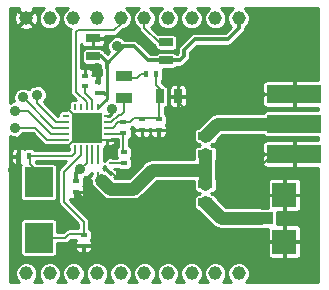
<source format=gtl>
G04 (created by PCBNEW (22-Jun-2014 BZR 4027)-stable) date Sat 31 Oct 2015 05:51:54 PM EET*
%MOIN*%
G04 Gerber Fmt 3.4, Leading zero omitted, Abs format*
%FSLAX34Y34*%
G01*
G70*
G90*
G04 APERTURE LIST*
%ADD10C,0.00590551*%
%ADD11R,0.0216535X0.00905512*%
%ADD12R,0.00905512X0.0216535*%
%ADD13R,0.102362X0.102362*%
%ADD14R,0.18X0.06*%
%ADD15C,0.0125984*%
%ADD16C,0.0452756*%
%ADD17R,0.0157X0.0236*%
%ADD18R,0.0236X0.0157*%
%ADD19R,0.0787402X0.0807087*%
%ADD20R,0.0807087X0.0393701*%
%ADD21R,0.045X0.025*%
%ADD22R,0.0944882X0.0984252*%
%ADD23R,0.025X0.045*%
%ADD24R,0.055X0.035*%
%ADD25C,0.035*%
%ADD26C,0.008*%
%ADD27C,0.042*%
%ADD28C,0.012*%
%ADD29C,0.01*%
G04 APERTURE END LIST*
G54D10*
G54D11*
X38670Y-41356D03*
X38670Y-41553D03*
X38670Y-41750D03*
X38670Y-41946D03*
X38670Y-42143D03*
G54D12*
X38956Y-42429D03*
X39153Y-42429D03*
X39350Y-42429D03*
X39546Y-42429D03*
X39743Y-42429D03*
G54D11*
X40029Y-42143D03*
X40029Y-41946D03*
X40029Y-41750D03*
X40029Y-41553D03*
X40029Y-41356D03*
G54D12*
X39743Y-41070D03*
X39546Y-41070D03*
X39350Y-41070D03*
X39153Y-41070D03*
X38956Y-41070D03*
G54D13*
X39350Y-41750D03*
G54D14*
X46279Y-40624D03*
X46279Y-41624D03*
X46279Y-42624D03*
G54D15*
X39545Y-43259D03*
X39545Y-42937D03*
X39742Y-43259D03*
X39742Y-42937D03*
X40135Y-43259D03*
X40135Y-42937D03*
G54D16*
X44423Y-38096D03*
X43635Y-38096D03*
X42848Y-38096D03*
X42061Y-38096D03*
X41273Y-38096D03*
X40486Y-38096D03*
X39698Y-38096D03*
X38911Y-38096D03*
X38124Y-38096D03*
X37336Y-38096D03*
X44423Y-46600D03*
X43635Y-46600D03*
X42848Y-46600D03*
X42061Y-46600D03*
X41273Y-46600D03*
X40486Y-46600D03*
X39698Y-46600D03*
X38911Y-46600D03*
X38124Y-46600D03*
X37336Y-46600D03*
G54D17*
X41319Y-39960D03*
X41673Y-39960D03*
G54D18*
X40580Y-41919D03*
X40580Y-41565D03*
G54D19*
X45944Y-43986D03*
X45944Y-45541D03*
G54D20*
X45147Y-44763D03*
G54D21*
X43307Y-44237D03*
X43307Y-43637D03*
X43307Y-42622D03*
X43307Y-42022D03*
G54D22*
X37755Y-45413D03*
X37755Y-43562D03*
G54D23*
X41800Y-40700D03*
X42400Y-40700D03*
G54D18*
X41200Y-41473D03*
X41200Y-41827D03*
X41750Y-41473D03*
X41750Y-41827D03*
X39291Y-40364D03*
X39291Y-40010D03*
X40600Y-42573D03*
X40600Y-42927D03*
G54D17*
X37427Y-42700D03*
X37073Y-42700D03*
G54D18*
X39250Y-45323D03*
X39250Y-45677D03*
G54D21*
X42000Y-39500D03*
X42000Y-38900D03*
G54D24*
X40590Y-40768D03*
X40590Y-40018D03*
G54D21*
X39566Y-39374D03*
X39566Y-38774D03*
G54D18*
X39744Y-40580D03*
X39744Y-40226D03*
X38986Y-43533D03*
X38986Y-43887D03*
G54D25*
X40669Y-44409D03*
X39685Y-39773D03*
X40078Y-42519D03*
X39094Y-42007D03*
X39616Y-42007D03*
X39616Y-41496D03*
X39104Y-41496D03*
X46800Y-45550D03*
X44900Y-45500D03*
X45350Y-46450D03*
X46800Y-46400D03*
X41500Y-44200D03*
X39803Y-45708D03*
X42600Y-44300D03*
X42600Y-43750D03*
X41900Y-43750D03*
X44800Y-43400D03*
X44800Y-42250D03*
X44000Y-42250D03*
X44000Y-43350D03*
X44000Y-44100D03*
X44800Y-44150D03*
X42834Y-41338D03*
X44800Y-41000D03*
X44050Y-41000D03*
X42007Y-42598D03*
X42600Y-42200D03*
X38150Y-39650D03*
X38650Y-40150D03*
X46800Y-44000D03*
X41102Y-42598D03*
X36900Y-43150D03*
X36960Y-41750D03*
X40196Y-41112D03*
X37690Y-40650D03*
X37230Y-40740D03*
X36960Y-41200D03*
X40370Y-39030D03*
X39130Y-43130D03*
G54D26*
X39742Y-43259D02*
X39742Y-43403D01*
X39742Y-43403D02*
X39881Y-43543D01*
G54D27*
X43307Y-43149D02*
X41535Y-43149D01*
X41535Y-43149D02*
X40905Y-43779D01*
X40905Y-43779D02*
X40118Y-43779D01*
X40118Y-43779D02*
X39881Y-43543D01*
X39881Y-43543D02*
X39842Y-43503D01*
X43307Y-43637D02*
X43307Y-43149D01*
X43307Y-43149D02*
X43307Y-42622D01*
G54D28*
X38986Y-43887D02*
X38986Y-43897D01*
G54D26*
X39535Y-43259D02*
X39330Y-43464D01*
X39330Y-43464D02*
X39330Y-43779D01*
X39330Y-43779D02*
X39960Y-44409D01*
X39960Y-44409D02*
X40669Y-44409D01*
X39535Y-43259D02*
X39545Y-43259D01*
G54D28*
X39498Y-44409D02*
X40669Y-44409D01*
X38986Y-43897D02*
X39498Y-44409D01*
G54D26*
X39291Y-40010D02*
X39291Y-39852D01*
X39370Y-39773D02*
X39685Y-39773D01*
X39291Y-39852D02*
X39370Y-39773D01*
G54D28*
X39744Y-40226D02*
X39744Y-39832D01*
X39744Y-39832D02*
X39685Y-39773D01*
G54D26*
X40029Y-42143D02*
X39743Y-42143D01*
X39743Y-42143D02*
X39350Y-41750D01*
X40029Y-42143D02*
X40029Y-42470D01*
X40029Y-42470D02*
X40078Y-42519D01*
X39350Y-41750D02*
X39350Y-41752D01*
X39350Y-41752D02*
X38730Y-42372D01*
X38730Y-42372D02*
X37224Y-42372D01*
X37224Y-42372D02*
X37057Y-42539D01*
X37057Y-42539D02*
X37057Y-42726D01*
X37057Y-42726D02*
X37073Y-42700D01*
X38650Y-40150D02*
X38650Y-41041D01*
X38650Y-41041D02*
X39104Y-41496D01*
X39104Y-41496D02*
X39350Y-41750D01*
X39616Y-42007D02*
X39094Y-42007D01*
X39616Y-41496D02*
X39104Y-41496D01*
X46800Y-45550D02*
X46800Y-46400D01*
X46791Y-45541D02*
X46800Y-45550D01*
X45944Y-45541D02*
X46791Y-45541D01*
X44900Y-46000D02*
X44900Y-45500D01*
X45350Y-46450D02*
X44900Y-46000D01*
X41500Y-44200D02*
X41500Y-44150D01*
X40341Y-45708D02*
X41500Y-44550D01*
X41500Y-44550D02*
X41500Y-44200D01*
X39251Y-45727D02*
X39784Y-45727D01*
X39784Y-45727D02*
X39803Y-45708D01*
X39803Y-45708D02*
X40341Y-45708D01*
X42600Y-43750D02*
X42600Y-44300D01*
X41500Y-44150D02*
X41900Y-43750D01*
X45944Y-43986D02*
X44963Y-43986D01*
X45575Y-42624D02*
X46279Y-42624D01*
X44800Y-43400D02*
X45575Y-42624D01*
X44000Y-42250D02*
X44800Y-42250D01*
X44000Y-44100D02*
X44000Y-43350D01*
X44963Y-43986D02*
X44800Y-44150D01*
X42834Y-41338D02*
X42961Y-41338D01*
X42382Y-40886D02*
X42834Y-41338D01*
X42382Y-40708D02*
X42382Y-40886D01*
X46253Y-40650D02*
X46279Y-40624D01*
X45150Y-40650D02*
X46253Y-40650D01*
X44800Y-41000D02*
X45150Y-40650D01*
X43300Y-41000D02*
X44050Y-41000D01*
X42961Y-41338D02*
X43300Y-41000D01*
X41771Y-42362D02*
X42007Y-42598D01*
X41771Y-41869D02*
X41771Y-42362D01*
G54D28*
X38650Y-40150D02*
X38150Y-39650D01*
G54D26*
X45944Y-43986D02*
X46786Y-43986D01*
X46786Y-43986D02*
X46800Y-44000D01*
X40188Y-43259D02*
X40314Y-43385D01*
X40314Y-43385D02*
X40708Y-43385D01*
X40708Y-43385D02*
X41102Y-42992D01*
X41102Y-42992D02*
X41102Y-42598D01*
X40188Y-43259D02*
X40135Y-43259D01*
X41181Y-42519D02*
X41102Y-42598D01*
X41181Y-41869D02*
X41181Y-42519D01*
X37028Y-42677D02*
X37028Y-43021D01*
X37028Y-43021D02*
X36900Y-43150D01*
X38670Y-42143D02*
X38033Y-42143D01*
X37640Y-41750D02*
X36960Y-41750D01*
X38033Y-42143D02*
X37640Y-41750D01*
X39546Y-41070D02*
X39546Y-40836D01*
X39291Y-40580D02*
X39291Y-40364D01*
X39546Y-40836D02*
X39291Y-40580D01*
X42000Y-38900D02*
X41750Y-38900D01*
X41273Y-38423D02*
X41273Y-38096D01*
X41750Y-38900D02*
X41273Y-38423D01*
G54D29*
X40029Y-41356D02*
X40090Y-41356D01*
X40196Y-41250D02*
X40196Y-41112D01*
X40090Y-41356D02*
X40196Y-41250D01*
G54D26*
X38670Y-41553D02*
X38333Y-41553D01*
X37690Y-40910D02*
X37690Y-40650D01*
X38333Y-41553D02*
X37690Y-40910D01*
X40486Y-38096D02*
X40486Y-38283D01*
X39350Y-40905D02*
X39350Y-41070D01*
X38986Y-40541D02*
X39350Y-40905D01*
X38986Y-38572D02*
X38986Y-40541D01*
X39055Y-38503D02*
X38986Y-38572D01*
X40265Y-38503D02*
X39055Y-38503D01*
X40486Y-38283D02*
X40265Y-38503D01*
G54D27*
X45147Y-44763D02*
X43833Y-44763D01*
X43833Y-44763D02*
X43307Y-44237D01*
X46279Y-41624D02*
X43705Y-41624D01*
X43705Y-41624D02*
X43307Y-42022D01*
G54D26*
X41181Y-41437D02*
X41771Y-41437D01*
X40924Y-41437D02*
X41181Y-41437D01*
X40797Y-41565D02*
X40924Y-41437D01*
X41771Y-41437D02*
X41771Y-40727D01*
X41790Y-40708D02*
X41790Y-40442D01*
X41790Y-40442D02*
X41673Y-40324D01*
X41771Y-40727D02*
X41790Y-40708D01*
X41673Y-40324D02*
X41673Y-39960D01*
X40580Y-41565D02*
X40797Y-41565D01*
X40029Y-41750D02*
X40228Y-41750D01*
X40413Y-41565D02*
X40580Y-41565D01*
X40228Y-41750D02*
X40413Y-41565D01*
X41319Y-39960D02*
X41171Y-39960D01*
X41038Y-40093D02*
X40590Y-40093D01*
X41171Y-39960D02*
X41038Y-40093D01*
X38670Y-41750D02*
X38240Y-41750D01*
X38240Y-41750D02*
X37230Y-40740D01*
X37460Y-42971D02*
X37460Y-42677D01*
X38858Y-42677D02*
X37460Y-42677D01*
X38956Y-42579D02*
X38858Y-42677D01*
X37755Y-43562D02*
X37755Y-43267D01*
X37755Y-43267D02*
X37460Y-42971D01*
X38956Y-42429D02*
X38956Y-42579D01*
X39251Y-44881D02*
X39251Y-45295D01*
X38602Y-44232D02*
X39251Y-44881D01*
X38602Y-43208D02*
X38602Y-44232D01*
X38759Y-45295D02*
X39251Y-45295D01*
X39153Y-42657D02*
X38602Y-43208D01*
X38641Y-45413D02*
X38759Y-45295D01*
X39153Y-42429D02*
X39153Y-42657D01*
X37755Y-45413D02*
X38641Y-45413D01*
X40590Y-40693D02*
X40590Y-41210D01*
X40179Y-41553D02*
X40029Y-41553D01*
X40423Y-41309D02*
X40179Y-41553D01*
X40492Y-41309D02*
X40423Y-41309D01*
X40590Y-41210D02*
X40492Y-41309D01*
X39545Y-42937D02*
X39545Y-42430D01*
X39545Y-42430D02*
X39546Y-42429D01*
X39742Y-42937D02*
X39742Y-42430D01*
X39742Y-42430D02*
X39743Y-42429D01*
X40029Y-41946D02*
X40552Y-41946D01*
X40552Y-41946D02*
X40580Y-41919D01*
X40580Y-42510D02*
X40580Y-41919D01*
X40135Y-42937D02*
X40575Y-42937D01*
X40575Y-42937D02*
X40580Y-42942D01*
X38670Y-41946D02*
X38156Y-41946D01*
X37410Y-41200D02*
X36960Y-41200D01*
X38156Y-41946D02*
X37410Y-41200D01*
G54D28*
X38986Y-43533D02*
X38986Y-43273D01*
X38986Y-43273D02*
X39130Y-43130D01*
X40019Y-39744D02*
X40019Y-39557D01*
X39837Y-39374D02*
X39566Y-39374D01*
X40019Y-39557D02*
X39837Y-39374D01*
X39744Y-40580D02*
X39930Y-40580D01*
X39930Y-40580D02*
X40019Y-40669D01*
X42000Y-39500D02*
X41400Y-39500D01*
X40930Y-39030D02*
X40370Y-39030D01*
X41400Y-39500D02*
X40930Y-39030D01*
X44423Y-38096D02*
X44423Y-38426D01*
X42450Y-39500D02*
X42000Y-39500D01*
X42600Y-39350D02*
X42450Y-39500D01*
X42600Y-39150D02*
X42600Y-39350D01*
X42950Y-38800D02*
X42600Y-39150D01*
X44050Y-38800D02*
X42950Y-38800D01*
X44423Y-38426D02*
X44050Y-38800D01*
G54D26*
X39350Y-42429D02*
X39350Y-42910D01*
X40374Y-39025D02*
X40580Y-39025D01*
X40370Y-39030D02*
X40374Y-39025D01*
G54D29*
X40019Y-40794D02*
X39743Y-41070D01*
X40019Y-39586D02*
X40019Y-39744D01*
X40019Y-39744D02*
X40019Y-40669D01*
X40019Y-40669D02*
X40019Y-40794D01*
X40580Y-39025D02*
X40019Y-39586D01*
G54D26*
X39350Y-42910D02*
X39130Y-43130D01*
G54D10*
G36*
X38988Y-40812D02*
X38971Y-40812D01*
X38881Y-40812D01*
X38826Y-40835D01*
X38783Y-40877D01*
X38761Y-40932D01*
X38760Y-40992D01*
X38760Y-41086D01*
X38742Y-41093D01*
X38694Y-41141D01*
X38686Y-41160D01*
X38532Y-41160D01*
X38477Y-41183D01*
X38435Y-41225D01*
X38412Y-41281D01*
X38412Y-41340D01*
X38412Y-41363D01*
X38411Y-41363D01*
X37924Y-40875D01*
X37965Y-40834D01*
X38014Y-40714D01*
X38015Y-40585D01*
X37965Y-40466D01*
X37874Y-40374D01*
X37754Y-40325D01*
X37734Y-40325D01*
X37734Y-38022D01*
X37675Y-37876D01*
X37669Y-37866D01*
X37599Y-37847D01*
X37350Y-38096D01*
X37599Y-38344D01*
X37669Y-38325D01*
X37731Y-38180D01*
X37734Y-38022D01*
X37734Y-40325D01*
X37625Y-40324D01*
X37585Y-40341D01*
X37585Y-38358D01*
X37336Y-38110D01*
X37322Y-38124D01*
X37322Y-38096D01*
X37073Y-37847D01*
X37003Y-37866D01*
X36941Y-38011D01*
X36939Y-38169D01*
X36997Y-38315D01*
X37003Y-38325D01*
X37073Y-38344D01*
X37322Y-38096D01*
X37322Y-38124D01*
X37088Y-38358D01*
X37107Y-38428D01*
X37252Y-38491D01*
X37409Y-38493D01*
X37556Y-38435D01*
X37566Y-38428D01*
X37585Y-38358D01*
X37585Y-40341D01*
X37506Y-40374D01*
X37414Y-40465D01*
X37414Y-40464D01*
X37294Y-40415D01*
X37165Y-40414D01*
X37046Y-40464D01*
X36954Y-40555D01*
X36905Y-40675D01*
X36904Y-40804D01*
X36934Y-40874D01*
X36895Y-40874D01*
X36783Y-40921D01*
X36783Y-37768D01*
X36811Y-37768D01*
X37105Y-37768D01*
X37088Y-37833D01*
X37336Y-38081D01*
X37585Y-37833D01*
X37567Y-37768D01*
X37932Y-37768D01*
X37911Y-37776D01*
X37805Y-37882D01*
X37747Y-38020D01*
X37747Y-38170D01*
X37804Y-38308D01*
X37910Y-38414D01*
X38048Y-38472D01*
X38198Y-38472D01*
X38337Y-38415D01*
X38442Y-38309D01*
X38500Y-38171D01*
X38500Y-38021D01*
X38443Y-37883D01*
X38337Y-37777D01*
X38315Y-37768D01*
X38719Y-37768D01*
X38698Y-37776D01*
X38592Y-37882D01*
X38535Y-38020D01*
X38535Y-38170D01*
X38592Y-38308D01*
X38698Y-38414D01*
X38830Y-38470D01*
X38810Y-38500D01*
X38796Y-38572D01*
X38796Y-40541D01*
X38810Y-40614D01*
X38851Y-40675D01*
X38988Y-40812D01*
X38988Y-40812D01*
G37*
G54D29*
X38988Y-40812D02*
X38971Y-40812D01*
X38881Y-40812D01*
X38826Y-40835D01*
X38783Y-40877D01*
X38761Y-40932D01*
X38760Y-40992D01*
X38760Y-41086D01*
X38742Y-41093D01*
X38694Y-41141D01*
X38686Y-41160D01*
X38532Y-41160D01*
X38477Y-41183D01*
X38435Y-41225D01*
X38412Y-41281D01*
X38412Y-41340D01*
X38412Y-41363D01*
X38411Y-41363D01*
X37924Y-40875D01*
X37965Y-40834D01*
X38014Y-40714D01*
X38015Y-40585D01*
X37965Y-40466D01*
X37874Y-40374D01*
X37754Y-40325D01*
X37734Y-40325D01*
X37734Y-38022D01*
X37675Y-37876D01*
X37669Y-37866D01*
X37599Y-37847D01*
X37350Y-38096D01*
X37599Y-38344D01*
X37669Y-38325D01*
X37731Y-38180D01*
X37734Y-38022D01*
X37734Y-40325D01*
X37625Y-40324D01*
X37585Y-40341D01*
X37585Y-38358D01*
X37336Y-38110D01*
X37322Y-38124D01*
X37322Y-38096D01*
X37073Y-37847D01*
X37003Y-37866D01*
X36941Y-38011D01*
X36939Y-38169D01*
X36997Y-38315D01*
X37003Y-38325D01*
X37073Y-38344D01*
X37322Y-38096D01*
X37322Y-38124D01*
X37088Y-38358D01*
X37107Y-38428D01*
X37252Y-38491D01*
X37409Y-38493D01*
X37556Y-38435D01*
X37566Y-38428D01*
X37585Y-38358D01*
X37585Y-40341D01*
X37506Y-40374D01*
X37414Y-40465D01*
X37414Y-40464D01*
X37294Y-40415D01*
X37165Y-40414D01*
X37046Y-40464D01*
X36954Y-40555D01*
X36905Y-40675D01*
X36904Y-40804D01*
X36934Y-40874D01*
X36895Y-40874D01*
X36783Y-40921D01*
X36783Y-37768D01*
X36811Y-37768D01*
X37105Y-37768D01*
X37088Y-37833D01*
X37336Y-38081D01*
X37585Y-37833D01*
X37567Y-37768D01*
X37932Y-37768D01*
X37911Y-37776D01*
X37805Y-37882D01*
X37747Y-38020D01*
X37747Y-38170D01*
X37804Y-38308D01*
X37910Y-38414D01*
X38048Y-38472D01*
X38198Y-38472D01*
X38337Y-38415D01*
X38442Y-38309D01*
X38500Y-38171D01*
X38500Y-38021D01*
X38443Y-37883D01*
X38337Y-37777D01*
X38315Y-37768D01*
X38719Y-37768D01*
X38698Y-37776D01*
X38592Y-37882D01*
X38535Y-38020D01*
X38535Y-38170D01*
X38592Y-38308D01*
X38698Y-38414D01*
X38830Y-38470D01*
X38810Y-38500D01*
X38796Y-38572D01*
X38796Y-40541D01*
X38810Y-40614D01*
X38851Y-40675D01*
X38988Y-40812D01*
G54D10*
G36*
X39367Y-41760D02*
X39360Y-41760D01*
X39360Y-41767D01*
X39340Y-41767D01*
X39340Y-41760D01*
X39332Y-41760D01*
X39332Y-41740D01*
X39340Y-41740D01*
X39340Y-41732D01*
X39360Y-41732D01*
X39360Y-41740D01*
X39367Y-41740D01*
X39367Y-41760D01*
X39367Y-41760D01*
G37*
G54D29*
X39367Y-41760D02*
X39360Y-41760D01*
X39360Y-41767D01*
X39340Y-41767D01*
X39340Y-41760D01*
X39332Y-41760D01*
X39332Y-41740D01*
X39340Y-41740D01*
X39340Y-41732D01*
X39360Y-41732D01*
X39360Y-41740D01*
X39367Y-41740D01*
X39367Y-41760D01*
G54D10*
G36*
X40155Y-43265D02*
X40141Y-43279D01*
X40135Y-43273D01*
X40130Y-43279D01*
X40116Y-43265D01*
X40121Y-43259D01*
X39991Y-43129D01*
X39937Y-43128D01*
X39928Y-43152D01*
X39922Y-43139D01*
X39881Y-43098D01*
X39922Y-43057D01*
X39938Y-43018D01*
X39955Y-43057D01*
X40005Y-43107D01*
X40005Y-43115D01*
X40135Y-43245D01*
X40141Y-43240D01*
X40155Y-43254D01*
X40149Y-43259D01*
X40155Y-43265D01*
X40155Y-43265D01*
G37*
G54D29*
X40155Y-43265D02*
X40141Y-43279D01*
X40135Y-43273D01*
X40130Y-43279D01*
X40116Y-43265D01*
X40121Y-43259D01*
X39991Y-43129D01*
X39937Y-43128D01*
X39928Y-43152D01*
X39922Y-43139D01*
X39881Y-43098D01*
X39922Y-43057D01*
X39938Y-43018D01*
X39955Y-43057D01*
X40005Y-43107D01*
X40005Y-43115D01*
X40135Y-43245D01*
X40141Y-43240D01*
X40155Y-43254D01*
X40149Y-43259D01*
X40155Y-43265D01*
G54D10*
G36*
X40390Y-42373D02*
X40354Y-42409D01*
X40332Y-42464D01*
X40331Y-42524D01*
X40331Y-42681D01*
X40354Y-42736D01*
X40365Y-42747D01*
X40307Y-42747D01*
X40307Y-42196D01*
X40264Y-42153D01*
X40039Y-42153D01*
X40039Y-42316D01*
X40081Y-42358D01*
X40171Y-42359D01*
X40233Y-42333D01*
X40281Y-42285D01*
X40307Y-42222D01*
X40307Y-42196D01*
X40307Y-42747D01*
X40233Y-42747D01*
X40178Y-42724D01*
X40093Y-42723D01*
X40015Y-42756D01*
X39955Y-42816D01*
X39938Y-42855D01*
X39932Y-42839D01*
X39932Y-42583D01*
X39938Y-42567D01*
X39939Y-42507D01*
X39939Y-42413D01*
X39957Y-42406D01*
X40005Y-42358D01*
X40031Y-42295D01*
X40031Y-42228D01*
X40031Y-42142D01*
X40167Y-42142D01*
X40179Y-42136D01*
X40390Y-42136D01*
X40390Y-42373D01*
X40390Y-42373D01*
G37*
G54D29*
X40390Y-42373D02*
X40354Y-42409D01*
X40332Y-42464D01*
X40331Y-42524D01*
X40331Y-42681D01*
X40354Y-42736D01*
X40365Y-42747D01*
X40307Y-42747D01*
X40307Y-42196D01*
X40264Y-42153D01*
X40039Y-42153D01*
X40039Y-42316D01*
X40081Y-42358D01*
X40171Y-42359D01*
X40233Y-42333D01*
X40281Y-42285D01*
X40307Y-42222D01*
X40307Y-42196D01*
X40307Y-42747D01*
X40233Y-42747D01*
X40178Y-42724D01*
X40093Y-42723D01*
X40015Y-42756D01*
X39955Y-42816D01*
X39938Y-42855D01*
X39932Y-42839D01*
X39932Y-42583D01*
X39938Y-42567D01*
X39939Y-42507D01*
X39939Y-42413D01*
X39957Y-42406D01*
X40005Y-42358D01*
X40031Y-42295D01*
X40031Y-42228D01*
X40031Y-42142D01*
X40167Y-42142D01*
X40179Y-42136D01*
X40390Y-42136D01*
X40390Y-42373D01*
G54D10*
G36*
X44231Y-37768D02*
X44210Y-37776D01*
X44104Y-37882D01*
X44046Y-38020D01*
X44046Y-38170D01*
X44104Y-38308D01*
X44173Y-38379D01*
X43963Y-38590D01*
X42950Y-38590D01*
X42949Y-38590D01*
X42934Y-38593D01*
X42869Y-38605D01*
X42801Y-38651D01*
X42801Y-38651D01*
X42451Y-39001D01*
X42405Y-39069D01*
X42390Y-39150D01*
X42390Y-39263D01*
X42363Y-39290D01*
X42352Y-39290D01*
X42310Y-39247D01*
X42254Y-39225D01*
X42195Y-39224D01*
X41745Y-39224D01*
X41690Y-39247D01*
X41647Y-39289D01*
X41647Y-39290D01*
X41486Y-39290D01*
X41078Y-38881D01*
X41010Y-38835D01*
X40930Y-38820D01*
X40619Y-38820D01*
X40554Y-38754D01*
X40434Y-38705D01*
X40305Y-38704D01*
X40186Y-38754D01*
X40094Y-38845D01*
X40045Y-38965D01*
X40044Y-39094D01*
X40094Y-39213D01*
X40101Y-39221D01*
X40041Y-39281D01*
X39985Y-39226D01*
X39961Y-39210D01*
X39961Y-38933D01*
X39961Y-38827D01*
X39919Y-38784D01*
X39576Y-38784D01*
X39576Y-39027D01*
X39619Y-39069D01*
X39758Y-39069D01*
X39825Y-39069D01*
X39888Y-39043D01*
X39936Y-38995D01*
X39961Y-38933D01*
X39961Y-39210D01*
X39928Y-39188D01*
X39919Y-39164D01*
X39877Y-39122D01*
X39821Y-39099D01*
X39762Y-39099D01*
X39312Y-39099D01*
X39257Y-39122D01*
X39214Y-39164D01*
X39191Y-39219D01*
X39191Y-39279D01*
X39191Y-39529D01*
X39214Y-39584D01*
X39256Y-39626D01*
X39311Y-39649D01*
X39371Y-39649D01*
X39809Y-39649D01*
X39809Y-39744D01*
X39819Y-39794D01*
X39819Y-39978D01*
X39796Y-39978D01*
X39754Y-40020D01*
X39754Y-40216D01*
X39761Y-40216D01*
X39761Y-40236D01*
X39754Y-40236D01*
X39754Y-40244D01*
X39734Y-40244D01*
X39734Y-40236D01*
X39726Y-40236D01*
X39726Y-40216D01*
X39734Y-40216D01*
X39734Y-40020D01*
X39691Y-39978D01*
X39659Y-39978D01*
X39592Y-39978D01*
X39579Y-39983D01*
X39539Y-40000D01*
X39536Y-40000D01*
X39579Y-39957D01*
X39579Y-39897D01*
X39553Y-39835D01*
X39505Y-39787D01*
X39443Y-39761D01*
X39375Y-39761D01*
X39343Y-39761D01*
X39301Y-39804D01*
X39301Y-40000D01*
X39309Y-40000D01*
X39309Y-40020D01*
X39301Y-40020D01*
X39301Y-40027D01*
X39281Y-40027D01*
X39281Y-40020D01*
X39273Y-40020D01*
X39273Y-40000D01*
X39281Y-40000D01*
X39281Y-39804D01*
X39238Y-39761D01*
X39207Y-39761D01*
X39176Y-39761D01*
X39176Y-38943D01*
X39197Y-38995D01*
X39245Y-39043D01*
X39307Y-39069D01*
X39375Y-39069D01*
X39514Y-39069D01*
X39556Y-39027D01*
X39556Y-38784D01*
X39549Y-38784D01*
X39549Y-38764D01*
X39556Y-38764D01*
X39556Y-38756D01*
X39576Y-38756D01*
X39576Y-38764D01*
X39919Y-38764D01*
X39961Y-38722D01*
X39961Y-38693D01*
X40265Y-38693D01*
X40338Y-38679D01*
X40400Y-38638D01*
X40569Y-38468D01*
X40699Y-38415D01*
X40805Y-38309D01*
X40862Y-38171D01*
X40862Y-38021D01*
X40805Y-37883D01*
X40699Y-37777D01*
X40677Y-37768D01*
X41081Y-37768D01*
X41060Y-37776D01*
X40954Y-37882D01*
X40897Y-38020D01*
X40897Y-38170D01*
X40954Y-38308D01*
X41060Y-38414D01*
X41083Y-38424D01*
X41098Y-38496D01*
X41139Y-38558D01*
X41615Y-39034D01*
X41615Y-39034D01*
X41624Y-39040D01*
X41624Y-39054D01*
X41647Y-39109D01*
X41689Y-39152D01*
X41745Y-39174D01*
X41804Y-39175D01*
X42254Y-39175D01*
X42309Y-39152D01*
X42352Y-39110D01*
X42374Y-39054D01*
X42375Y-38995D01*
X42375Y-38745D01*
X42352Y-38690D01*
X42310Y-38647D01*
X42254Y-38625D01*
X42195Y-38624D01*
X41745Y-38624D01*
X41744Y-38625D01*
X41510Y-38391D01*
X41592Y-38309D01*
X41650Y-38171D01*
X41650Y-38021D01*
X41592Y-37883D01*
X41487Y-37777D01*
X41465Y-37768D01*
X41869Y-37768D01*
X41848Y-37776D01*
X41742Y-37882D01*
X41684Y-38020D01*
X41684Y-38170D01*
X41741Y-38308D01*
X41847Y-38414D01*
X41985Y-38472D01*
X42135Y-38472D01*
X42274Y-38415D01*
X42379Y-38309D01*
X42437Y-38171D01*
X42437Y-38021D01*
X42380Y-37883D01*
X42274Y-37777D01*
X42252Y-37768D01*
X42656Y-37768D01*
X42635Y-37776D01*
X42529Y-37882D01*
X42472Y-38020D01*
X42472Y-38170D01*
X42529Y-38308D01*
X42635Y-38414D01*
X42773Y-38472D01*
X42923Y-38472D01*
X43061Y-38415D01*
X43167Y-38309D01*
X43224Y-38171D01*
X43224Y-38021D01*
X43167Y-37883D01*
X43061Y-37777D01*
X43040Y-37768D01*
X43444Y-37768D01*
X43422Y-37776D01*
X43317Y-37882D01*
X43259Y-38020D01*
X43259Y-38170D01*
X43316Y-38308D01*
X43422Y-38414D01*
X43560Y-38472D01*
X43710Y-38472D01*
X43848Y-38415D01*
X43954Y-38309D01*
X44012Y-38171D01*
X44012Y-38021D01*
X43955Y-37883D01*
X43849Y-37777D01*
X43827Y-37768D01*
X44231Y-37768D01*
X44231Y-37768D01*
G37*
G54D29*
X44231Y-37768D02*
X44210Y-37776D01*
X44104Y-37882D01*
X44046Y-38020D01*
X44046Y-38170D01*
X44104Y-38308D01*
X44173Y-38379D01*
X43963Y-38590D01*
X42950Y-38590D01*
X42949Y-38590D01*
X42934Y-38593D01*
X42869Y-38605D01*
X42801Y-38651D01*
X42801Y-38651D01*
X42451Y-39001D01*
X42405Y-39069D01*
X42390Y-39150D01*
X42390Y-39263D01*
X42363Y-39290D01*
X42352Y-39290D01*
X42310Y-39247D01*
X42254Y-39225D01*
X42195Y-39224D01*
X41745Y-39224D01*
X41690Y-39247D01*
X41647Y-39289D01*
X41647Y-39290D01*
X41486Y-39290D01*
X41078Y-38881D01*
X41010Y-38835D01*
X40930Y-38820D01*
X40619Y-38820D01*
X40554Y-38754D01*
X40434Y-38705D01*
X40305Y-38704D01*
X40186Y-38754D01*
X40094Y-38845D01*
X40045Y-38965D01*
X40044Y-39094D01*
X40094Y-39213D01*
X40101Y-39221D01*
X40041Y-39281D01*
X39985Y-39226D01*
X39961Y-39210D01*
X39961Y-38933D01*
X39961Y-38827D01*
X39919Y-38784D01*
X39576Y-38784D01*
X39576Y-39027D01*
X39619Y-39069D01*
X39758Y-39069D01*
X39825Y-39069D01*
X39888Y-39043D01*
X39936Y-38995D01*
X39961Y-38933D01*
X39961Y-39210D01*
X39928Y-39188D01*
X39919Y-39164D01*
X39877Y-39122D01*
X39821Y-39099D01*
X39762Y-39099D01*
X39312Y-39099D01*
X39257Y-39122D01*
X39214Y-39164D01*
X39191Y-39219D01*
X39191Y-39279D01*
X39191Y-39529D01*
X39214Y-39584D01*
X39256Y-39626D01*
X39311Y-39649D01*
X39371Y-39649D01*
X39809Y-39649D01*
X39809Y-39744D01*
X39819Y-39794D01*
X39819Y-39978D01*
X39796Y-39978D01*
X39754Y-40020D01*
X39754Y-40216D01*
X39761Y-40216D01*
X39761Y-40236D01*
X39754Y-40236D01*
X39754Y-40244D01*
X39734Y-40244D01*
X39734Y-40236D01*
X39726Y-40236D01*
X39726Y-40216D01*
X39734Y-40216D01*
X39734Y-40020D01*
X39691Y-39978D01*
X39659Y-39978D01*
X39592Y-39978D01*
X39579Y-39983D01*
X39539Y-40000D01*
X39536Y-40000D01*
X39579Y-39957D01*
X39579Y-39897D01*
X39553Y-39835D01*
X39505Y-39787D01*
X39443Y-39761D01*
X39375Y-39761D01*
X39343Y-39761D01*
X39301Y-39804D01*
X39301Y-40000D01*
X39309Y-40000D01*
X39309Y-40020D01*
X39301Y-40020D01*
X39301Y-40027D01*
X39281Y-40027D01*
X39281Y-40020D01*
X39273Y-40020D01*
X39273Y-40000D01*
X39281Y-40000D01*
X39281Y-39804D01*
X39238Y-39761D01*
X39207Y-39761D01*
X39176Y-39761D01*
X39176Y-38943D01*
X39197Y-38995D01*
X39245Y-39043D01*
X39307Y-39069D01*
X39375Y-39069D01*
X39514Y-39069D01*
X39556Y-39027D01*
X39556Y-38784D01*
X39549Y-38784D01*
X39549Y-38764D01*
X39556Y-38764D01*
X39556Y-38756D01*
X39576Y-38756D01*
X39576Y-38764D01*
X39919Y-38764D01*
X39961Y-38722D01*
X39961Y-38693D01*
X40265Y-38693D01*
X40338Y-38679D01*
X40400Y-38638D01*
X40569Y-38468D01*
X40699Y-38415D01*
X40805Y-38309D01*
X40862Y-38171D01*
X40862Y-38021D01*
X40805Y-37883D01*
X40699Y-37777D01*
X40677Y-37768D01*
X41081Y-37768D01*
X41060Y-37776D01*
X40954Y-37882D01*
X40897Y-38020D01*
X40897Y-38170D01*
X40954Y-38308D01*
X41060Y-38414D01*
X41083Y-38424D01*
X41098Y-38496D01*
X41139Y-38558D01*
X41615Y-39034D01*
X41615Y-39034D01*
X41624Y-39040D01*
X41624Y-39054D01*
X41647Y-39109D01*
X41689Y-39152D01*
X41745Y-39174D01*
X41804Y-39175D01*
X42254Y-39175D01*
X42309Y-39152D01*
X42352Y-39110D01*
X42374Y-39054D01*
X42375Y-38995D01*
X42375Y-38745D01*
X42352Y-38690D01*
X42310Y-38647D01*
X42254Y-38625D01*
X42195Y-38624D01*
X41745Y-38624D01*
X41744Y-38625D01*
X41510Y-38391D01*
X41592Y-38309D01*
X41650Y-38171D01*
X41650Y-38021D01*
X41592Y-37883D01*
X41487Y-37777D01*
X41465Y-37768D01*
X41869Y-37768D01*
X41848Y-37776D01*
X41742Y-37882D01*
X41684Y-38020D01*
X41684Y-38170D01*
X41741Y-38308D01*
X41847Y-38414D01*
X41985Y-38472D01*
X42135Y-38472D01*
X42274Y-38415D01*
X42379Y-38309D01*
X42437Y-38171D01*
X42437Y-38021D01*
X42380Y-37883D01*
X42274Y-37777D01*
X42252Y-37768D01*
X42656Y-37768D01*
X42635Y-37776D01*
X42529Y-37882D01*
X42472Y-38020D01*
X42472Y-38170D01*
X42529Y-38308D01*
X42635Y-38414D01*
X42773Y-38472D01*
X42923Y-38472D01*
X43061Y-38415D01*
X43167Y-38309D01*
X43224Y-38171D01*
X43224Y-38021D01*
X43167Y-37883D01*
X43061Y-37777D01*
X43040Y-37768D01*
X43444Y-37768D01*
X43422Y-37776D01*
X43317Y-37882D01*
X43259Y-38020D01*
X43259Y-38170D01*
X43316Y-38308D01*
X43422Y-38414D01*
X43560Y-38472D01*
X43710Y-38472D01*
X43848Y-38415D01*
X43954Y-38309D01*
X44012Y-38171D01*
X44012Y-38021D01*
X43955Y-37883D01*
X43849Y-37777D01*
X43827Y-37768D01*
X44231Y-37768D01*
G54D10*
G36*
X47074Y-41173D02*
X46269Y-41173D01*
X46269Y-41051D01*
X46269Y-40634D01*
X46269Y-40614D01*
X46269Y-40196D01*
X46226Y-40154D01*
X45412Y-40153D01*
X45345Y-40154D01*
X45282Y-40179D01*
X45234Y-40227D01*
X45209Y-40290D01*
X45209Y-40571D01*
X45251Y-40614D01*
X46269Y-40614D01*
X46269Y-40634D01*
X45251Y-40634D01*
X45209Y-40676D01*
X45209Y-40957D01*
X45234Y-41020D01*
X45282Y-41068D01*
X45345Y-41093D01*
X45412Y-41094D01*
X46226Y-41094D01*
X46269Y-41051D01*
X46269Y-41173D01*
X45349Y-41173D01*
X45294Y-41196D01*
X45251Y-41238D01*
X45241Y-41264D01*
X43705Y-41264D01*
X43568Y-41291D01*
X43509Y-41330D01*
X43451Y-41369D01*
X43072Y-41747D01*
X43052Y-41747D01*
X42997Y-41770D01*
X42954Y-41812D01*
X42932Y-41867D01*
X42932Y-41927D01*
X42932Y-42177D01*
X42954Y-42232D01*
X42997Y-42274D01*
X43052Y-42297D01*
X43083Y-42297D01*
X43120Y-42322D01*
X43083Y-42347D01*
X43052Y-42347D01*
X42997Y-42370D01*
X42954Y-42412D01*
X42932Y-42467D01*
X42932Y-42527D01*
X42932Y-42777D01*
X42937Y-42789D01*
X42695Y-42789D01*
X42695Y-40891D01*
X42695Y-40508D01*
X42694Y-40441D01*
X42669Y-40378D01*
X42621Y-40330D01*
X42558Y-40304D01*
X42452Y-40305D01*
X42410Y-40347D01*
X42410Y-40690D01*
X42652Y-40690D01*
X42695Y-40647D01*
X42695Y-40508D01*
X42695Y-40891D01*
X42695Y-40752D01*
X42652Y-40710D01*
X42410Y-40710D01*
X42410Y-41052D01*
X42452Y-41095D01*
X42558Y-41095D01*
X42621Y-41069D01*
X42669Y-41021D01*
X42694Y-40958D01*
X42695Y-40891D01*
X42695Y-42789D01*
X42390Y-42789D01*
X42390Y-41052D01*
X42390Y-40710D01*
X42390Y-40690D01*
X42390Y-40347D01*
X42347Y-40305D01*
X42241Y-40304D01*
X42178Y-40330D01*
X42130Y-40378D01*
X42105Y-40441D01*
X42104Y-40508D01*
X42105Y-40647D01*
X42147Y-40690D01*
X42390Y-40690D01*
X42390Y-40710D01*
X42147Y-40710D01*
X42105Y-40752D01*
X42104Y-40891D01*
X42105Y-40958D01*
X42130Y-41021D01*
X42178Y-41069D01*
X42241Y-41095D01*
X42347Y-41095D01*
X42390Y-41052D01*
X42390Y-42789D01*
X42038Y-42789D01*
X42038Y-41939D01*
X42038Y-41879D01*
X41995Y-41837D01*
X41760Y-41837D01*
X41760Y-42033D01*
X41802Y-42075D01*
X41834Y-42075D01*
X41901Y-42075D01*
X41964Y-42049D01*
X42012Y-42001D01*
X42038Y-41939D01*
X42038Y-42789D01*
X41740Y-42789D01*
X41740Y-42033D01*
X41740Y-41837D01*
X41504Y-41837D01*
X41475Y-41866D01*
X41445Y-41837D01*
X41210Y-41837D01*
X41210Y-42033D01*
X41252Y-42075D01*
X41284Y-42075D01*
X41351Y-42075D01*
X41414Y-42049D01*
X41462Y-42001D01*
X41475Y-41970D01*
X41487Y-42001D01*
X41535Y-42049D01*
X41598Y-42075D01*
X41665Y-42075D01*
X41697Y-42075D01*
X41740Y-42033D01*
X41740Y-42789D01*
X41535Y-42789D01*
X41397Y-42817D01*
X41280Y-42895D01*
X41190Y-42985D01*
X41190Y-42033D01*
X41190Y-41837D01*
X40954Y-41837D01*
X40912Y-41879D01*
X40911Y-41939D01*
X40937Y-42001D01*
X40985Y-42049D01*
X41048Y-42075D01*
X41115Y-42075D01*
X41147Y-42075D01*
X41190Y-42033D01*
X41190Y-42985D01*
X40756Y-43419D01*
X40368Y-43419D01*
X40309Y-43419D01*
X40280Y-43390D01*
X40333Y-43391D01*
X40368Y-43305D01*
X40368Y-43212D01*
X40333Y-43128D01*
X40280Y-43129D01*
X40282Y-43127D01*
X40391Y-43127D01*
X40396Y-43132D01*
X40452Y-43155D01*
X40511Y-43155D01*
X40747Y-43155D01*
X40802Y-43132D01*
X40845Y-43090D01*
X40867Y-43035D01*
X40868Y-42975D01*
X40868Y-42818D01*
X40845Y-42763D01*
X40831Y-42750D01*
X40845Y-42736D01*
X40867Y-42681D01*
X40868Y-42621D01*
X40868Y-42464D01*
X40845Y-42409D01*
X40803Y-42367D01*
X40770Y-42353D01*
X40770Y-42130D01*
X40783Y-42124D01*
X40825Y-42082D01*
X40848Y-42027D01*
X40848Y-41967D01*
X40848Y-41810D01*
X40825Y-41755D01*
X40820Y-41750D01*
X40869Y-41740D01*
X40913Y-41711D01*
X40911Y-41714D01*
X40912Y-41774D01*
X40954Y-41817D01*
X41190Y-41817D01*
X41190Y-41809D01*
X41210Y-41809D01*
X41210Y-41817D01*
X41445Y-41817D01*
X41475Y-41787D01*
X41504Y-41817D01*
X41740Y-41817D01*
X41740Y-41809D01*
X41760Y-41809D01*
X41760Y-41817D01*
X41995Y-41817D01*
X42038Y-41774D01*
X42038Y-41714D01*
X42012Y-41652D01*
X41995Y-41635D01*
X42017Y-41581D01*
X42018Y-41521D01*
X42018Y-41364D01*
X41995Y-41309D01*
X41961Y-41275D01*
X41961Y-41072D01*
X42009Y-41052D01*
X42052Y-41010D01*
X42074Y-40954D01*
X42075Y-40895D01*
X42075Y-40445D01*
X42052Y-40390D01*
X42010Y-40347D01*
X41954Y-40325D01*
X41936Y-40325D01*
X41924Y-40307D01*
X41924Y-40307D01*
X41863Y-40245D01*
X41863Y-40179D01*
X41878Y-40163D01*
X41901Y-40108D01*
X41901Y-40048D01*
X41901Y-39812D01*
X41885Y-39775D01*
X42254Y-39775D01*
X42309Y-39752D01*
X42352Y-39710D01*
X42352Y-39710D01*
X42450Y-39710D01*
X42530Y-39694D01*
X42598Y-39648D01*
X42748Y-39498D01*
X42748Y-39498D01*
X42748Y-39498D01*
X42775Y-39457D01*
X42794Y-39430D01*
X42794Y-39430D01*
X42810Y-39350D01*
X42810Y-39236D01*
X43036Y-39010D01*
X44050Y-39010D01*
X44130Y-38994D01*
X44198Y-38948D01*
X44571Y-38575D01*
X44617Y-38507D01*
X44617Y-38507D01*
X44633Y-38426D01*
X44633Y-38416D01*
X44636Y-38415D01*
X44742Y-38309D01*
X44799Y-38171D01*
X44799Y-38021D01*
X44742Y-37883D01*
X44636Y-37777D01*
X44614Y-37768D01*
X47074Y-37768D01*
X47074Y-40153D01*
X46331Y-40154D01*
X46289Y-40196D01*
X46289Y-40614D01*
X46296Y-40614D01*
X46296Y-40634D01*
X46289Y-40634D01*
X46289Y-41051D01*
X46331Y-41094D01*
X47074Y-41094D01*
X47074Y-41173D01*
X47074Y-41173D01*
G37*
G54D29*
X47074Y-41173D02*
X46269Y-41173D01*
X46269Y-41051D01*
X46269Y-40634D01*
X46269Y-40614D01*
X46269Y-40196D01*
X46226Y-40154D01*
X45412Y-40153D01*
X45345Y-40154D01*
X45282Y-40179D01*
X45234Y-40227D01*
X45209Y-40290D01*
X45209Y-40571D01*
X45251Y-40614D01*
X46269Y-40614D01*
X46269Y-40634D01*
X45251Y-40634D01*
X45209Y-40676D01*
X45209Y-40957D01*
X45234Y-41020D01*
X45282Y-41068D01*
X45345Y-41093D01*
X45412Y-41094D01*
X46226Y-41094D01*
X46269Y-41051D01*
X46269Y-41173D01*
X45349Y-41173D01*
X45294Y-41196D01*
X45251Y-41238D01*
X45241Y-41264D01*
X43705Y-41264D01*
X43568Y-41291D01*
X43509Y-41330D01*
X43451Y-41369D01*
X43072Y-41747D01*
X43052Y-41747D01*
X42997Y-41770D01*
X42954Y-41812D01*
X42932Y-41867D01*
X42932Y-41927D01*
X42932Y-42177D01*
X42954Y-42232D01*
X42997Y-42274D01*
X43052Y-42297D01*
X43083Y-42297D01*
X43120Y-42322D01*
X43083Y-42347D01*
X43052Y-42347D01*
X42997Y-42370D01*
X42954Y-42412D01*
X42932Y-42467D01*
X42932Y-42527D01*
X42932Y-42777D01*
X42937Y-42789D01*
X42695Y-42789D01*
X42695Y-40891D01*
X42695Y-40508D01*
X42694Y-40441D01*
X42669Y-40378D01*
X42621Y-40330D01*
X42558Y-40304D01*
X42452Y-40305D01*
X42410Y-40347D01*
X42410Y-40690D01*
X42652Y-40690D01*
X42695Y-40647D01*
X42695Y-40508D01*
X42695Y-40891D01*
X42695Y-40752D01*
X42652Y-40710D01*
X42410Y-40710D01*
X42410Y-41052D01*
X42452Y-41095D01*
X42558Y-41095D01*
X42621Y-41069D01*
X42669Y-41021D01*
X42694Y-40958D01*
X42695Y-40891D01*
X42695Y-42789D01*
X42390Y-42789D01*
X42390Y-41052D01*
X42390Y-40710D01*
X42390Y-40690D01*
X42390Y-40347D01*
X42347Y-40305D01*
X42241Y-40304D01*
X42178Y-40330D01*
X42130Y-40378D01*
X42105Y-40441D01*
X42104Y-40508D01*
X42105Y-40647D01*
X42147Y-40690D01*
X42390Y-40690D01*
X42390Y-40710D01*
X42147Y-40710D01*
X42105Y-40752D01*
X42104Y-40891D01*
X42105Y-40958D01*
X42130Y-41021D01*
X42178Y-41069D01*
X42241Y-41095D01*
X42347Y-41095D01*
X42390Y-41052D01*
X42390Y-42789D01*
X42038Y-42789D01*
X42038Y-41939D01*
X42038Y-41879D01*
X41995Y-41837D01*
X41760Y-41837D01*
X41760Y-42033D01*
X41802Y-42075D01*
X41834Y-42075D01*
X41901Y-42075D01*
X41964Y-42049D01*
X42012Y-42001D01*
X42038Y-41939D01*
X42038Y-42789D01*
X41740Y-42789D01*
X41740Y-42033D01*
X41740Y-41837D01*
X41504Y-41837D01*
X41475Y-41866D01*
X41445Y-41837D01*
X41210Y-41837D01*
X41210Y-42033D01*
X41252Y-42075D01*
X41284Y-42075D01*
X41351Y-42075D01*
X41414Y-42049D01*
X41462Y-42001D01*
X41475Y-41970D01*
X41487Y-42001D01*
X41535Y-42049D01*
X41598Y-42075D01*
X41665Y-42075D01*
X41697Y-42075D01*
X41740Y-42033D01*
X41740Y-42789D01*
X41535Y-42789D01*
X41397Y-42817D01*
X41280Y-42895D01*
X41190Y-42985D01*
X41190Y-42033D01*
X41190Y-41837D01*
X40954Y-41837D01*
X40912Y-41879D01*
X40911Y-41939D01*
X40937Y-42001D01*
X40985Y-42049D01*
X41048Y-42075D01*
X41115Y-42075D01*
X41147Y-42075D01*
X41190Y-42033D01*
X41190Y-42985D01*
X40756Y-43419D01*
X40368Y-43419D01*
X40309Y-43419D01*
X40280Y-43390D01*
X40333Y-43391D01*
X40368Y-43305D01*
X40368Y-43212D01*
X40333Y-43128D01*
X40280Y-43129D01*
X40282Y-43127D01*
X40391Y-43127D01*
X40396Y-43132D01*
X40452Y-43155D01*
X40511Y-43155D01*
X40747Y-43155D01*
X40802Y-43132D01*
X40845Y-43090D01*
X40867Y-43035D01*
X40868Y-42975D01*
X40868Y-42818D01*
X40845Y-42763D01*
X40831Y-42750D01*
X40845Y-42736D01*
X40867Y-42681D01*
X40868Y-42621D01*
X40868Y-42464D01*
X40845Y-42409D01*
X40803Y-42367D01*
X40770Y-42353D01*
X40770Y-42130D01*
X40783Y-42124D01*
X40825Y-42082D01*
X40848Y-42027D01*
X40848Y-41967D01*
X40848Y-41810D01*
X40825Y-41755D01*
X40820Y-41750D01*
X40869Y-41740D01*
X40913Y-41711D01*
X40911Y-41714D01*
X40912Y-41774D01*
X40954Y-41817D01*
X41190Y-41817D01*
X41190Y-41809D01*
X41210Y-41809D01*
X41210Y-41817D01*
X41445Y-41817D01*
X41475Y-41787D01*
X41504Y-41817D01*
X41740Y-41817D01*
X41740Y-41809D01*
X41760Y-41809D01*
X41760Y-41817D01*
X41995Y-41817D01*
X42038Y-41774D01*
X42038Y-41714D01*
X42012Y-41652D01*
X41995Y-41635D01*
X42017Y-41581D01*
X42018Y-41521D01*
X42018Y-41364D01*
X41995Y-41309D01*
X41961Y-41275D01*
X41961Y-41072D01*
X42009Y-41052D01*
X42052Y-41010D01*
X42074Y-40954D01*
X42075Y-40895D01*
X42075Y-40445D01*
X42052Y-40390D01*
X42010Y-40347D01*
X41954Y-40325D01*
X41936Y-40325D01*
X41924Y-40307D01*
X41924Y-40307D01*
X41863Y-40245D01*
X41863Y-40179D01*
X41878Y-40163D01*
X41901Y-40108D01*
X41901Y-40048D01*
X41901Y-39812D01*
X41885Y-39775D01*
X42254Y-39775D01*
X42309Y-39752D01*
X42352Y-39710D01*
X42352Y-39710D01*
X42450Y-39710D01*
X42530Y-39694D01*
X42598Y-39648D01*
X42748Y-39498D01*
X42748Y-39498D01*
X42748Y-39498D01*
X42775Y-39457D01*
X42794Y-39430D01*
X42794Y-39430D01*
X42810Y-39350D01*
X42810Y-39236D01*
X43036Y-39010D01*
X44050Y-39010D01*
X44130Y-38994D01*
X44198Y-38948D01*
X44571Y-38575D01*
X44617Y-38507D01*
X44617Y-38507D01*
X44633Y-38426D01*
X44633Y-38416D01*
X44636Y-38415D01*
X44742Y-38309D01*
X44799Y-38171D01*
X44799Y-38021D01*
X44742Y-37883D01*
X44636Y-37777D01*
X44614Y-37768D01*
X47074Y-37768D01*
X47074Y-40153D01*
X46331Y-40154D01*
X46289Y-40196D01*
X46289Y-40614D01*
X46296Y-40614D01*
X46296Y-40634D01*
X46289Y-40634D01*
X46289Y-41051D01*
X46331Y-41094D01*
X47074Y-41094D01*
X47074Y-41173D01*
G54D10*
G36*
X47074Y-46877D02*
X46508Y-46877D01*
X46508Y-45978D01*
X46508Y-45104D01*
X46508Y-44423D01*
X46508Y-43549D01*
X46482Y-43486D01*
X46435Y-43438D01*
X46372Y-43412D01*
X46304Y-43412D01*
X46269Y-43412D01*
X46269Y-43051D01*
X46269Y-42634D01*
X46269Y-42614D01*
X46269Y-42196D01*
X46226Y-42154D01*
X45412Y-42153D01*
X45345Y-42154D01*
X45282Y-42179D01*
X45234Y-42227D01*
X45209Y-42290D01*
X45209Y-42571D01*
X45251Y-42614D01*
X46269Y-42614D01*
X46269Y-42634D01*
X45251Y-42634D01*
X45209Y-42676D01*
X45209Y-42957D01*
X45234Y-43020D01*
X45282Y-43068D01*
X45345Y-43093D01*
X45412Y-43094D01*
X46226Y-43094D01*
X46269Y-43051D01*
X46269Y-43412D01*
X45997Y-43412D01*
X45954Y-43455D01*
X45954Y-43976D01*
X46466Y-43976D01*
X46508Y-43933D01*
X46508Y-43549D01*
X46508Y-44423D01*
X46508Y-44038D01*
X46466Y-43996D01*
X45954Y-43996D01*
X45954Y-44517D01*
X45997Y-44559D01*
X46304Y-44559D01*
X46372Y-44559D01*
X46435Y-44533D01*
X46482Y-44485D01*
X46508Y-44423D01*
X46508Y-45104D01*
X46482Y-45041D01*
X46435Y-44993D01*
X46372Y-44967D01*
X46304Y-44967D01*
X45997Y-44967D01*
X45954Y-45010D01*
X45954Y-45531D01*
X46466Y-45531D01*
X46508Y-45488D01*
X46508Y-45104D01*
X46508Y-45978D01*
X46508Y-45593D01*
X46466Y-45551D01*
X45954Y-45551D01*
X45954Y-46072D01*
X45997Y-46114D01*
X46304Y-46114D01*
X46372Y-46114D01*
X46435Y-46088D01*
X46482Y-46041D01*
X46508Y-45978D01*
X46508Y-46877D01*
X45934Y-46877D01*
X45934Y-46072D01*
X45934Y-45551D01*
X45423Y-45551D01*
X45381Y-45593D01*
X45381Y-45978D01*
X45406Y-46041D01*
X45454Y-46088D01*
X45517Y-46114D01*
X45584Y-46114D01*
X45892Y-46114D01*
X45934Y-46072D01*
X45934Y-46877D01*
X44678Y-46877D01*
X44742Y-46813D01*
X44799Y-46675D01*
X44799Y-46525D01*
X44742Y-46387D01*
X44636Y-46281D01*
X44498Y-46223D01*
X44348Y-46223D01*
X44210Y-46280D01*
X44104Y-46386D01*
X44046Y-46524D01*
X44046Y-46674D01*
X44104Y-46812D01*
X44168Y-46877D01*
X43890Y-46877D01*
X43954Y-46813D01*
X44012Y-46675D01*
X44012Y-46525D01*
X43955Y-46387D01*
X43849Y-46281D01*
X43711Y-46223D01*
X43561Y-46223D01*
X43422Y-46280D01*
X43317Y-46386D01*
X43259Y-46524D01*
X43259Y-46674D01*
X43316Y-46812D01*
X43381Y-46877D01*
X43103Y-46877D01*
X43167Y-46813D01*
X43224Y-46675D01*
X43224Y-46525D01*
X43167Y-46387D01*
X43061Y-46281D01*
X42923Y-46223D01*
X42773Y-46223D01*
X42635Y-46280D01*
X42529Y-46386D01*
X42472Y-46524D01*
X42472Y-46674D01*
X42529Y-46812D01*
X42593Y-46877D01*
X42315Y-46877D01*
X42379Y-46813D01*
X42437Y-46675D01*
X42437Y-46525D01*
X42380Y-46387D01*
X42274Y-46281D01*
X42136Y-46223D01*
X41986Y-46223D01*
X41848Y-46280D01*
X41742Y-46386D01*
X41684Y-46524D01*
X41684Y-46674D01*
X41741Y-46812D01*
X41806Y-46877D01*
X41528Y-46877D01*
X41592Y-46813D01*
X41650Y-46675D01*
X41650Y-46525D01*
X41592Y-46387D01*
X41487Y-46281D01*
X41348Y-46223D01*
X41199Y-46223D01*
X41060Y-46280D01*
X40954Y-46386D01*
X40897Y-46524D01*
X40897Y-46674D01*
X40954Y-46812D01*
X41018Y-46877D01*
X40740Y-46877D01*
X40805Y-46813D01*
X40862Y-46675D01*
X40862Y-46525D01*
X40805Y-46387D01*
X40699Y-46281D01*
X40561Y-46223D01*
X40411Y-46223D01*
X40273Y-46280D01*
X40167Y-46386D01*
X40109Y-46524D01*
X40109Y-46674D01*
X40167Y-46812D01*
X40231Y-46877D01*
X39953Y-46877D01*
X40017Y-46813D01*
X40075Y-46675D01*
X40075Y-46525D01*
X40018Y-46387D01*
X39912Y-46281D01*
X39774Y-46223D01*
X39624Y-46223D01*
X39538Y-46259D01*
X39538Y-45789D01*
X39538Y-45729D01*
X39495Y-45687D01*
X39260Y-45687D01*
X39260Y-45883D01*
X39302Y-45925D01*
X39334Y-45925D01*
X39401Y-45925D01*
X39464Y-45899D01*
X39512Y-45851D01*
X39538Y-45789D01*
X39538Y-46259D01*
X39485Y-46280D01*
X39380Y-46386D01*
X39322Y-46524D01*
X39322Y-46674D01*
X39379Y-46812D01*
X39444Y-46877D01*
X39166Y-46877D01*
X39230Y-46813D01*
X39287Y-46675D01*
X39287Y-46525D01*
X39240Y-46409D01*
X39240Y-45883D01*
X39240Y-45687D01*
X39004Y-45687D01*
X38962Y-45729D01*
X38961Y-45789D01*
X38987Y-45851D01*
X39035Y-45899D01*
X39098Y-45925D01*
X39165Y-45925D01*
X39197Y-45925D01*
X39240Y-45883D01*
X39240Y-46409D01*
X39230Y-46387D01*
X39124Y-46281D01*
X38986Y-46223D01*
X38836Y-46223D01*
X38698Y-46280D01*
X38592Y-46386D01*
X38535Y-46524D01*
X38535Y-46674D01*
X38592Y-46812D01*
X38656Y-46877D01*
X38378Y-46877D01*
X38442Y-46813D01*
X38500Y-46675D01*
X38500Y-46525D01*
X38443Y-46387D01*
X38337Y-46281D01*
X38199Y-46223D01*
X38049Y-46223D01*
X37911Y-46280D01*
X37805Y-46386D01*
X37747Y-46524D01*
X37747Y-46674D01*
X37804Y-46812D01*
X37869Y-46877D01*
X37591Y-46877D01*
X37655Y-46813D01*
X37713Y-46675D01*
X37713Y-46525D01*
X37655Y-46387D01*
X37550Y-46281D01*
X37411Y-46223D01*
X37262Y-46223D01*
X37123Y-46280D01*
X37063Y-46341D01*
X37063Y-42945D01*
X37063Y-42710D01*
X37063Y-42690D01*
X37063Y-42454D01*
X37020Y-42412D01*
X36960Y-42411D01*
X36898Y-42437D01*
X36850Y-42485D01*
X36824Y-42548D01*
X36824Y-42615D01*
X36824Y-42647D01*
X36867Y-42690D01*
X37063Y-42690D01*
X37063Y-42710D01*
X36867Y-42710D01*
X36824Y-42752D01*
X36824Y-42784D01*
X36824Y-42851D01*
X36850Y-42914D01*
X36898Y-42962D01*
X36960Y-42988D01*
X37020Y-42988D01*
X37063Y-42945D01*
X37063Y-46341D01*
X37017Y-46386D01*
X36960Y-46524D01*
X36960Y-46674D01*
X37017Y-46812D01*
X37081Y-46877D01*
X36783Y-46877D01*
X36783Y-42028D01*
X36895Y-42074D01*
X37024Y-42075D01*
X37143Y-42025D01*
X37229Y-41940D01*
X37561Y-41940D01*
X37899Y-42278D01*
X37899Y-42278D01*
X37960Y-42319D01*
X38033Y-42333D01*
X38519Y-42333D01*
X38532Y-42338D01*
X38592Y-42339D01*
X38686Y-42339D01*
X38694Y-42358D01*
X38742Y-42406D01*
X38760Y-42413D01*
X38760Y-42487D01*
X37622Y-42487D01*
X37590Y-42454D01*
X37535Y-42432D01*
X37475Y-42431D01*
X37318Y-42431D01*
X37264Y-42454D01*
X37247Y-42437D01*
X37185Y-42411D01*
X37125Y-42412D01*
X37083Y-42454D01*
X37083Y-42690D01*
X37090Y-42690D01*
X37090Y-42710D01*
X37083Y-42710D01*
X37083Y-42945D01*
X37125Y-42988D01*
X37155Y-42988D01*
X37133Y-43040D01*
X37133Y-43100D01*
X37133Y-44084D01*
X37156Y-44139D01*
X37198Y-44182D01*
X37253Y-44205D01*
X37313Y-44205D01*
X38258Y-44205D01*
X38313Y-44182D01*
X38355Y-44140D01*
X38378Y-44085D01*
X38378Y-44025D01*
X38378Y-43041D01*
X38355Y-42986D01*
X38313Y-42943D01*
X38258Y-42920D01*
X38198Y-42920D01*
X37677Y-42920D01*
X37650Y-42893D01*
X37650Y-42867D01*
X38675Y-42867D01*
X38468Y-43074D01*
X38426Y-43135D01*
X38412Y-43208D01*
X38412Y-44232D01*
X38426Y-44304D01*
X38468Y-44366D01*
X39061Y-44960D01*
X39061Y-45105D01*
X38759Y-45105D01*
X38759Y-45105D01*
X38686Y-45120D01*
X38624Y-45161D01*
X38624Y-45161D01*
X38563Y-45223D01*
X38378Y-45223D01*
X38378Y-44891D01*
X38355Y-44836D01*
X38313Y-44794D01*
X38258Y-44771D01*
X38198Y-44771D01*
X37253Y-44771D01*
X37198Y-44794D01*
X37156Y-44836D01*
X37133Y-44891D01*
X37133Y-44950D01*
X37133Y-45935D01*
X37156Y-45990D01*
X37198Y-46032D01*
X37253Y-46055D01*
X37313Y-46055D01*
X38258Y-46055D01*
X38313Y-46032D01*
X38355Y-45990D01*
X38378Y-45935D01*
X38378Y-45875D01*
X38378Y-45603D01*
X38641Y-45603D01*
X38714Y-45588D01*
X38776Y-45547D01*
X38838Y-45485D01*
X39004Y-45485D01*
X38987Y-45502D01*
X38961Y-45564D01*
X38962Y-45624D01*
X39004Y-45667D01*
X39240Y-45667D01*
X39240Y-45659D01*
X39260Y-45659D01*
X39260Y-45667D01*
X39495Y-45667D01*
X39538Y-45624D01*
X39538Y-45564D01*
X39512Y-45502D01*
X39495Y-45485D01*
X39517Y-45431D01*
X39518Y-45371D01*
X39518Y-45214D01*
X39495Y-45159D01*
X39453Y-45117D01*
X39441Y-45112D01*
X39441Y-44881D01*
X39427Y-44809D01*
X39386Y-44747D01*
X39386Y-44747D01*
X39274Y-44635D01*
X39274Y-43999D01*
X39274Y-43940D01*
X39231Y-43897D01*
X38996Y-43897D01*
X38996Y-44093D01*
X39038Y-44136D01*
X39070Y-44136D01*
X39138Y-44136D01*
X39200Y-44110D01*
X39248Y-44062D01*
X39274Y-43999D01*
X39274Y-44635D01*
X38792Y-44153D01*
X38792Y-44118D01*
X38834Y-44136D01*
X38901Y-44136D01*
X38933Y-44136D01*
X38976Y-44093D01*
X38976Y-43897D01*
X38968Y-43897D01*
X38968Y-43877D01*
X38976Y-43877D01*
X38976Y-43869D01*
X38996Y-43869D01*
X38996Y-43877D01*
X39231Y-43877D01*
X39274Y-43835D01*
X39274Y-43775D01*
X39248Y-43712D01*
X39231Y-43696D01*
X39254Y-43642D01*
X39254Y-43582D01*
X39254Y-43430D01*
X39313Y-43405D01*
X39341Y-43377D01*
X39347Y-43391D01*
X39400Y-43390D01*
X39529Y-43261D01*
X39529Y-43290D01*
X39414Y-43404D01*
X39413Y-43457D01*
X39485Y-43487D01*
X39482Y-43503D01*
X39509Y-43641D01*
X39587Y-43758D01*
X39627Y-43797D01*
X39627Y-43797D01*
X39627Y-43797D01*
X39863Y-44034D01*
X39863Y-44034D01*
X39921Y-44073D01*
X39980Y-44112D01*
X39980Y-44112D01*
X40118Y-44139D01*
X40905Y-44139D01*
X40905Y-44139D01*
X41043Y-44112D01*
X41043Y-44112D01*
X41160Y-44034D01*
X41684Y-43509D01*
X42932Y-43509D01*
X42932Y-43541D01*
X42932Y-43791D01*
X42954Y-43846D01*
X42997Y-43889D01*
X43052Y-43911D01*
X43083Y-43912D01*
X43120Y-43937D01*
X43083Y-43961D01*
X43052Y-43961D01*
X42997Y-43984D01*
X42954Y-44026D01*
X42932Y-44082D01*
X42932Y-44141D01*
X42932Y-44391D01*
X42954Y-44446D01*
X42997Y-44489D01*
X43052Y-44511D01*
X43072Y-44512D01*
X43579Y-45018D01*
X43579Y-45018D01*
X43696Y-45096D01*
X43833Y-45123D01*
X43833Y-45123D01*
X45147Y-45123D01*
X45213Y-45110D01*
X45381Y-45110D01*
X45381Y-45488D01*
X45423Y-45531D01*
X45934Y-45531D01*
X45934Y-45010D01*
X45892Y-44967D01*
X45701Y-44967D01*
X45701Y-44930D01*
X45701Y-44559D01*
X45892Y-44559D01*
X45934Y-44517D01*
X45934Y-43996D01*
X45934Y-43976D01*
X45934Y-43455D01*
X45892Y-43412D01*
X45584Y-43412D01*
X45517Y-43412D01*
X45454Y-43438D01*
X45406Y-43486D01*
X45381Y-43549D01*
X45381Y-43933D01*
X45423Y-43976D01*
X45934Y-43976D01*
X45934Y-43996D01*
X45423Y-43996D01*
X45381Y-44038D01*
X45381Y-44416D01*
X45213Y-44416D01*
X45147Y-44403D01*
X43982Y-44403D01*
X43682Y-44102D01*
X43682Y-44082D01*
X43659Y-44027D01*
X43617Y-43984D01*
X43562Y-43962D01*
X43531Y-43962D01*
X43493Y-43937D01*
X43531Y-43912D01*
X43561Y-43912D01*
X43616Y-43889D01*
X43659Y-43847D01*
X43682Y-43791D01*
X43682Y-43732D01*
X43682Y-43482D01*
X43667Y-43445D01*
X43667Y-43149D01*
X43667Y-42813D01*
X43682Y-42777D01*
X43682Y-42718D01*
X43682Y-42468D01*
X43659Y-42412D01*
X43617Y-42370D01*
X43562Y-42347D01*
X43531Y-42347D01*
X43493Y-42322D01*
X43531Y-42297D01*
X43561Y-42297D01*
X43616Y-42275D01*
X43659Y-42232D01*
X43682Y-42177D01*
X43682Y-42156D01*
X43855Y-41984D01*
X45241Y-41984D01*
X45251Y-42008D01*
X45293Y-42051D01*
X45349Y-42073D01*
X45408Y-42074D01*
X47074Y-42074D01*
X47074Y-42153D01*
X46331Y-42154D01*
X46289Y-42196D01*
X46289Y-42614D01*
X46296Y-42614D01*
X46296Y-42634D01*
X46289Y-42634D01*
X46289Y-43051D01*
X46331Y-43094D01*
X47074Y-43094D01*
X47074Y-46877D01*
X47074Y-46877D01*
G37*
G54D29*
X47074Y-46877D02*
X46508Y-46877D01*
X46508Y-45978D01*
X46508Y-45104D01*
X46508Y-44423D01*
X46508Y-43549D01*
X46482Y-43486D01*
X46435Y-43438D01*
X46372Y-43412D01*
X46304Y-43412D01*
X46269Y-43412D01*
X46269Y-43051D01*
X46269Y-42634D01*
X46269Y-42614D01*
X46269Y-42196D01*
X46226Y-42154D01*
X45412Y-42153D01*
X45345Y-42154D01*
X45282Y-42179D01*
X45234Y-42227D01*
X45209Y-42290D01*
X45209Y-42571D01*
X45251Y-42614D01*
X46269Y-42614D01*
X46269Y-42634D01*
X45251Y-42634D01*
X45209Y-42676D01*
X45209Y-42957D01*
X45234Y-43020D01*
X45282Y-43068D01*
X45345Y-43093D01*
X45412Y-43094D01*
X46226Y-43094D01*
X46269Y-43051D01*
X46269Y-43412D01*
X45997Y-43412D01*
X45954Y-43455D01*
X45954Y-43976D01*
X46466Y-43976D01*
X46508Y-43933D01*
X46508Y-43549D01*
X46508Y-44423D01*
X46508Y-44038D01*
X46466Y-43996D01*
X45954Y-43996D01*
X45954Y-44517D01*
X45997Y-44559D01*
X46304Y-44559D01*
X46372Y-44559D01*
X46435Y-44533D01*
X46482Y-44485D01*
X46508Y-44423D01*
X46508Y-45104D01*
X46482Y-45041D01*
X46435Y-44993D01*
X46372Y-44967D01*
X46304Y-44967D01*
X45997Y-44967D01*
X45954Y-45010D01*
X45954Y-45531D01*
X46466Y-45531D01*
X46508Y-45488D01*
X46508Y-45104D01*
X46508Y-45978D01*
X46508Y-45593D01*
X46466Y-45551D01*
X45954Y-45551D01*
X45954Y-46072D01*
X45997Y-46114D01*
X46304Y-46114D01*
X46372Y-46114D01*
X46435Y-46088D01*
X46482Y-46041D01*
X46508Y-45978D01*
X46508Y-46877D01*
X45934Y-46877D01*
X45934Y-46072D01*
X45934Y-45551D01*
X45423Y-45551D01*
X45381Y-45593D01*
X45381Y-45978D01*
X45406Y-46041D01*
X45454Y-46088D01*
X45517Y-46114D01*
X45584Y-46114D01*
X45892Y-46114D01*
X45934Y-46072D01*
X45934Y-46877D01*
X44678Y-46877D01*
X44742Y-46813D01*
X44799Y-46675D01*
X44799Y-46525D01*
X44742Y-46387D01*
X44636Y-46281D01*
X44498Y-46223D01*
X44348Y-46223D01*
X44210Y-46280D01*
X44104Y-46386D01*
X44046Y-46524D01*
X44046Y-46674D01*
X44104Y-46812D01*
X44168Y-46877D01*
X43890Y-46877D01*
X43954Y-46813D01*
X44012Y-46675D01*
X44012Y-46525D01*
X43955Y-46387D01*
X43849Y-46281D01*
X43711Y-46223D01*
X43561Y-46223D01*
X43422Y-46280D01*
X43317Y-46386D01*
X43259Y-46524D01*
X43259Y-46674D01*
X43316Y-46812D01*
X43381Y-46877D01*
X43103Y-46877D01*
X43167Y-46813D01*
X43224Y-46675D01*
X43224Y-46525D01*
X43167Y-46387D01*
X43061Y-46281D01*
X42923Y-46223D01*
X42773Y-46223D01*
X42635Y-46280D01*
X42529Y-46386D01*
X42472Y-46524D01*
X42472Y-46674D01*
X42529Y-46812D01*
X42593Y-46877D01*
X42315Y-46877D01*
X42379Y-46813D01*
X42437Y-46675D01*
X42437Y-46525D01*
X42380Y-46387D01*
X42274Y-46281D01*
X42136Y-46223D01*
X41986Y-46223D01*
X41848Y-46280D01*
X41742Y-46386D01*
X41684Y-46524D01*
X41684Y-46674D01*
X41741Y-46812D01*
X41806Y-46877D01*
X41528Y-46877D01*
X41592Y-46813D01*
X41650Y-46675D01*
X41650Y-46525D01*
X41592Y-46387D01*
X41487Y-46281D01*
X41348Y-46223D01*
X41199Y-46223D01*
X41060Y-46280D01*
X40954Y-46386D01*
X40897Y-46524D01*
X40897Y-46674D01*
X40954Y-46812D01*
X41018Y-46877D01*
X40740Y-46877D01*
X40805Y-46813D01*
X40862Y-46675D01*
X40862Y-46525D01*
X40805Y-46387D01*
X40699Y-46281D01*
X40561Y-46223D01*
X40411Y-46223D01*
X40273Y-46280D01*
X40167Y-46386D01*
X40109Y-46524D01*
X40109Y-46674D01*
X40167Y-46812D01*
X40231Y-46877D01*
X39953Y-46877D01*
X40017Y-46813D01*
X40075Y-46675D01*
X40075Y-46525D01*
X40018Y-46387D01*
X39912Y-46281D01*
X39774Y-46223D01*
X39624Y-46223D01*
X39538Y-46259D01*
X39538Y-45789D01*
X39538Y-45729D01*
X39495Y-45687D01*
X39260Y-45687D01*
X39260Y-45883D01*
X39302Y-45925D01*
X39334Y-45925D01*
X39401Y-45925D01*
X39464Y-45899D01*
X39512Y-45851D01*
X39538Y-45789D01*
X39538Y-46259D01*
X39485Y-46280D01*
X39380Y-46386D01*
X39322Y-46524D01*
X39322Y-46674D01*
X39379Y-46812D01*
X39444Y-46877D01*
X39166Y-46877D01*
X39230Y-46813D01*
X39287Y-46675D01*
X39287Y-46525D01*
X39240Y-46409D01*
X39240Y-45883D01*
X39240Y-45687D01*
X39004Y-45687D01*
X38962Y-45729D01*
X38961Y-45789D01*
X38987Y-45851D01*
X39035Y-45899D01*
X39098Y-45925D01*
X39165Y-45925D01*
X39197Y-45925D01*
X39240Y-45883D01*
X39240Y-46409D01*
X39230Y-46387D01*
X39124Y-46281D01*
X38986Y-46223D01*
X38836Y-46223D01*
X38698Y-46280D01*
X38592Y-46386D01*
X38535Y-46524D01*
X38535Y-46674D01*
X38592Y-46812D01*
X38656Y-46877D01*
X38378Y-46877D01*
X38442Y-46813D01*
X38500Y-46675D01*
X38500Y-46525D01*
X38443Y-46387D01*
X38337Y-46281D01*
X38199Y-46223D01*
X38049Y-46223D01*
X37911Y-46280D01*
X37805Y-46386D01*
X37747Y-46524D01*
X37747Y-46674D01*
X37804Y-46812D01*
X37869Y-46877D01*
X37591Y-46877D01*
X37655Y-46813D01*
X37713Y-46675D01*
X37713Y-46525D01*
X37655Y-46387D01*
X37550Y-46281D01*
X37411Y-46223D01*
X37262Y-46223D01*
X37123Y-46280D01*
X37063Y-46341D01*
X37063Y-42945D01*
X37063Y-42710D01*
X37063Y-42690D01*
X37063Y-42454D01*
X37020Y-42412D01*
X36960Y-42411D01*
X36898Y-42437D01*
X36850Y-42485D01*
X36824Y-42548D01*
X36824Y-42615D01*
X36824Y-42647D01*
X36867Y-42690D01*
X37063Y-42690D01*
X37063Y-42710D01*
X36867Y-42710D01*
X36824Y-42752D01*
X36824Y-42784D01*
X36824Y-42851D01*
X36850Y-42914D01*
X36898Y-42962D01*
X36960Y-42988D01*
X37020Y-42988D01*
X37063Y-42945D01*
X37063Y-46341D01*
X37017Y-46386D01*
X36960Y-46524D01*
X36960Y-46674D01*
X37017Y-46812D01*
X37081Y-46877D01*
X36783Y-46877D01*
X36783Y-42028D01*
X36895Y-42074D01*
X37024Y-42075D01*
X37143Y-42025D01*
X37229Y-41940D01*
X37561Y-41940D01*
X37899Y-42278D01*
X37899Y-42278D01*
X37960Y-42319D01*
X38033Y-42333D01*
X38519Y-42333D01*
X38532Y-42338D01*
X38592Y-42339D01*
X38686Y-42339D01*
X38694Y-42358D01*
X38742Y-42406D01*
X38760Y-42413D01*
X38760Y-42487D01*
X37622Y-42487D01*
X37590Y-42454D01*
X37535Y-42432D01*
X37475Y-42431D01*
X37318Y-42431D01*
X37264Y-42454D01*
X37247Y-42437D01*
X37185Y-42411D01*
X37125Y-42412D01*
X37083Y-42454D01*
X37083Y-42690D01*
X37090Y-42690D01*
X37090Y-42710D01*
X37083Y-42710D01*
X37083Y-42945D01*
X37125Y-42988D01*
X37155Y-42988D01*
X37133Y-43040D01*
X37133Y-43100D01*
X37133Y-44084D01*
X37156Y-44139D01*
X37198Y-44182D01*
X37253Y-44205D01*
X37313Y-44205D01*
X38258Y-44205D01*
X38313Y-44182D01*
X38355Y-44140D01*
X38378Y-44085D01*
X38378Y-44025D01*
X38378Y-43041D01*
X38355Y-42986D01*
X38313Y-42943D01*
X38258Y-42920D01*
X38198Y-42920D01*
X37677Y-42920D01*
X37650Y-42893D01*
X37650Y-42867D01*
X38675Y-42867D01*
X38468Y-43074D01*
X38426Y-43135D01*
X38412Y-43208D01*
X38412Y-44232D01*
X38426Y-44304D01*
X38468Y-44366D01*
X39061Y-44960D01*
X39061Y-45105D01*
X38759Y-45105D01*
X38759Y-45105D01*
X38686Y-45120D01*
X38624Y-45161D01*
X38624Y-45161D01*
X38563Y-45223D01*
X38378Y-45223D01*
X38378Y-44891D01*
X38355Y-44836D01*
X38313Y-44794D01*
X38258Y-44771D01*
X38198Y-44771D01*
X37253Y-44771D01*
X37198Y-44794D01*
X37156Y-44836D01*
X37133Y-44891D01*
X37133Y-44950D01*
X37133Y-45935D01*
X37156Y-45990D01*
X37198Y-46032D01*
X37253Y-46055D01*
X37313Y-46055D01*
X38258Y-46055D01*
X38313Y-46032D01*
X38355Y-45990D01*
X38378Y-45935D01*
X38378Y-45875D01*
X38378Y-45603D01*
X38641Y-45603D01*
X38714Y-45588D01*
X38776Y-45547D01*
X38838Y-45485D01*
X39004Y-45485D01*
X38987Y-45502D01*
X38961Y-45564D01*
X38962Y-45624D01*
X39004Y-45667D01*
X39240Y-45667D01*
X39240Y-45659D01*
X39260Y-45659D01*
X39260Y-45667D01*
X39495Y-45667D01*
X39538Y-45624D01*
X39538Y-45564D01*
X39512Y-45502D01*
X39495Y-45485D01*
X39517Y-45431D01*
X39518Y-45371D01*
X39518Y-45214D01*
X39495Y-45159D01*
X39453Y-45117D01*
X39441Y-45112D01*
X39441Y-44881D01*
X39427Y-44809D01*
X39386Y-44747D01*
X39386Y-44747D01*
X39274Y-44635D01*
X39274Y-43999D01*
X39274Y-43940D01*
X39231Y-43897D01*
X38996Y-43897D01*
X38996Y-44093D01*
X39038Y-44136D01*
X39070Y-44136D01*
X39138Y-44136D01*
X39200Y-44110D01*
X39248Y-44062D01*
X39274Y-43999D01*
X39274Y-44635D01*
X38792Y-44153D01*
X38792Y-44118D01*
X38834Y-44136D01*
X38901Y-44136D01*
X38933Y-44136D01*
X38976Y-44093D01*
X38976Y-43897D01*
X38968Y-43897D01*
X38968Y-43877D01*
X38976Y-43877D01*
X38976Y-43869D01*
X38996Y-43869D01*
X38996Y-43877D01*
X39231Y-43877D01*
X39274Y-43835D01*
X39274Y-43775D01*
X39248Y-43712D01*
X39231Y-43696D01*
X39254Y-43642D01*
X39254Y-43582D01*
X39254Y-43430D01*
X39313Y-43405D01*
X39341Y-43377D01*
X39347Y-43391D01*
X39400Y-43390D01*
X39529Y-43261D01*
X39529Y-43290D01*
X39414Y-43404D01*
X39413Y-43457D01*
X39485Y-43487D01*
X39482Y-43503D01*
X39509Y-43641D01*
X39587Y-43758D01*
X39627Y-43797D01*
X39627Y-43797D01*
X39627Y-43797D01*
X39863Y-44034D01*
X39863Y-44034D01*
X39921Y-44073D01*
X39980Y-44112D01*
X39980Y-44112D01*
X40118Y-44139D01*
X40905Y-44139D01*
X40905Y-44139D01*
X41043Y-44112D01*
X41043Y-44112D01*
X41160Y-44034D01*
X41684Y-43509D01*
X42932Y-43509D01*
X42932Y-43541D01*
X42932Y-43791D01*
X42954Y-43846D01*
X42997Y-43889D01*
X43052Y-43911D01*
X43083Y-43912D01*
X43120Y-43937D01*
X43083Y-43961D01*
X43052Y-43961D01*
X42997Y-43984D01*
X42954Y-44026D01*
X42932Y-44082D01*
X42932Y-44141D01*
X42932Y-44391D01*
X42954Y-44446D01*
X42997Y-44489D01*
X43052Y-44511D01*
X43072Y-44512D01*
X43579Y-45018D01*
X43579Y-45018D01*
X43696Y-45096D01*
X43833Y-45123D01*
X43833Y-45123D01*
X45147Y-45123D01*
X45213Y-45110D01*
X45381Y-45110D01*
X45381Y-45488D01*
X45423Y-45531D01*
X45934Y-45531D01*
X45934Y-45010D01*
X45892Y-44967D01*
X45701Y-44967D01*
X45701Y-44930D01*
X45701Y-44559D01*
X45892Y-44559D01*
X45934Y-44517D01*
X45934Y-43996D01*
X45934Y-43976D01*
X45934Y-43455D01*
X45892Y-43412D01*
X45584Y-43412D01*
X45517Y-43412D01*
X45454Y-43438D01*
X45406Y-43486D01*
X45381Y-43549D01*
X45381Y-43933D01*
X45423Y-43976D01*
X45934Y-43976D01*
X45934Y-43996D01*
X45423Y-43996D01*
X45381Y-44038D01*
X45381Y-44416D01*
X45213Y-44416D01*
X45147Y-44403D01*
X43982Y-44403D01*
X43682Y-44102D01*
X43682Y-44082D01*
X43659Y-44027D01*
X43617Y-43984D01*
X43562Y-43962D01*
X43531Y-43962D01*
X43493Y-43937D01*
X43531Y-43912D01*
X43561Y-43912D01*
X43616Y-43889D01*
X43659Y-43847D01*
X43682Y-43791D01*
X43682Y-43732D01*
X43682Y-43482D01*
X43667Y-43445D01*
X43667Y-43149D01*
X43667Y-42813D01*
X43682Y-42777D01*
X43682Y-42718D01*
X43682Y-42468D01*
X43659Y-42412D01*
X43617Y-42370D01*
X43562Y-42347D01*
X43531Y-42347D01*
X43493Y-42322D01*
X43531Y-42297D01*
X43561Y-42297D01*
X43616Y-42275D01*
X43659Y-42232D01*
X43682Y-42177D01*
X43682Y-42156D01*
X43855Y-41984D01*
X45241Y-41984D01*
X45251Y-42008D01*
X45293Y-42051D01*
X45349Y-42073D01*
X45408Y-42074D01*
X47074Y-42074D01*
X47074Y-42153D01*
X46331Y-42154D01*
X46289Y-42196D01*
X46289Y-42614D01*
X46296Y-42614D01*
X46296Y-42634D01*
X46289Y-42634D01*
X46289Y-43051D01*
X46331Y-43094D01*
X47074Y-43094D01*
X47074Y-46877D01*
M02*

</source>
